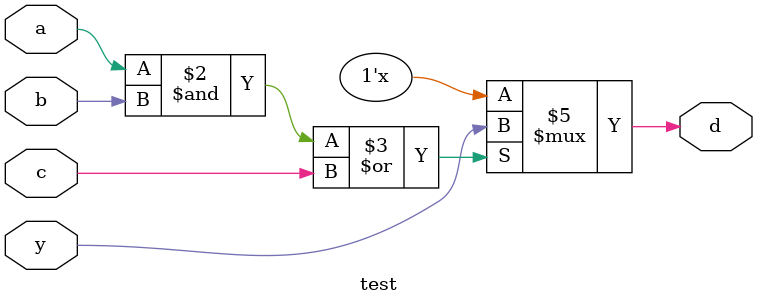
<source format=v>
module test ( a, b, c, y, d );
input a, b, c, y;
output d;
reg d;
always @(a or b or c or y)
  if(a&b|c)     // warning here if TRI_ENABLE is selected
    d = y;
  else
    d = 1'bz;
endmodule


</source>
